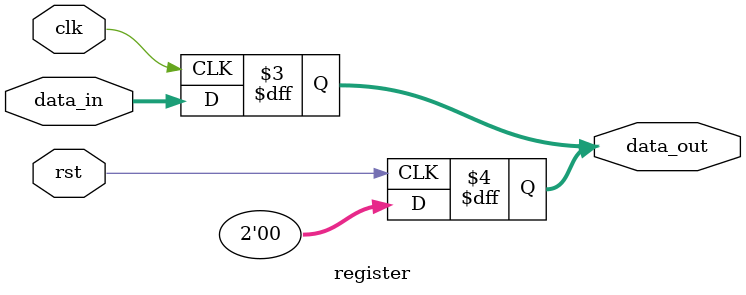
<source format=sv>
module register #(
    parameter integer        size = 2  // Size - Number of inputs and outputs
    )(
    input  logic [size-1:0]  data_in, // Input vector 
    output logic [size-1:0] data_out, // Output vector

    input  logic                 clk, // Control signal - Clock

    input  logic                 rst  // Circuit asyncronous reset -> data_out = {0} 
);

// Behaviour definition ========================================================
always_ff @(posedge rst) begin
    data_out <= {size{1'b0}};
end

always_ff @(posedge clk) begin
    data_out <= data_in;
end

endmodule

</source>
